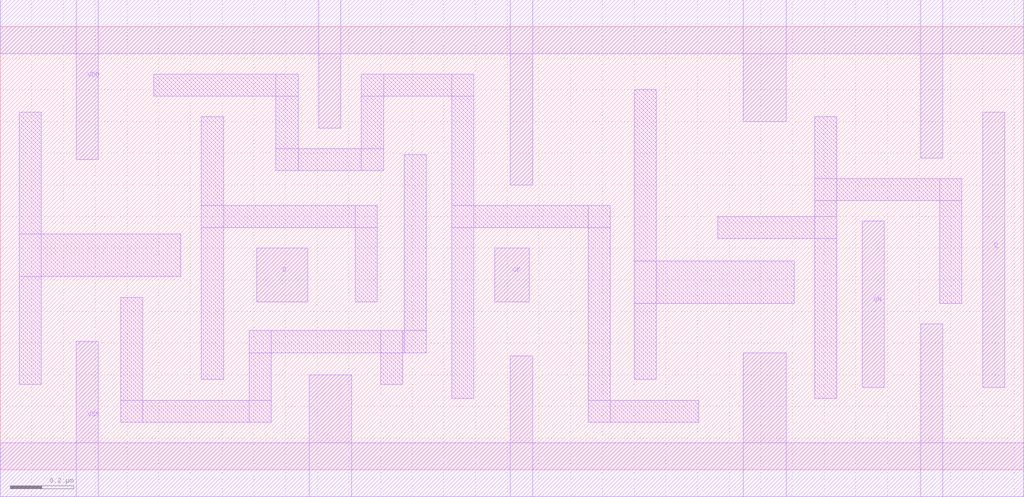
<source format=lef>
# Nangate45_tech.lef + Nangate45_stdcell.lef
# 
# ******************************************************************************
# *                                                                            *
# *                   Copyright (C) 2004-2010, Nangate Inc.                    *
# *                           All rights reserved.                             *
# *                                                                            *
# * Nangate and the Nangate logo are trademarks of Nangate Inc.                *
# *                                                                            *
# * All trademarks, logos, software marks, and trade names (collectively the   *
# * "Marks") in this program are proprietary to Nangate or other respective    *
# * owners that have granted Nangate the right and license to use such Marks.  *
# * You are not permitted to use the Marks without the prior written consent   *
# * of Nangate or such third party that may own the Marks.                     *
# *                                                                            *
# * This file has been provided pursuant to a License Agreement containing     *
# * restrictions on its use. This file contains valuable trade secrets and     *
# * proprietary information of Nangate Inc., and is protected by U.S. and      *
# * international laws and/or treaties.                                        *
# *                                                                            *
# * The copyright notice(s) in this file does not indicate actual or intended  *
# * publication of this file.                                                  *
# *                                                                            *
# *     NGLibraryCreator, v2010.08-HR32-SP3-2010-08-05 - build 1009061800      *
# *                                                                            *
# ******************************************************************************
# 
# 
# Running on brazil06.nangate.com.br for user Giancarlo Franciscatto (gfr).
# Local time is now Fri, 3 Dec 2010, 19:32:18.
# Main process id is 27821.

VERSION 5.6 ;
BUSBITCHARS "[]" ;
DIVIDERCHAR "/" ;

UNITS
  DATABASE MICRONS 2000 ;
END UNITS

MACRO DFF_MAX_SLEW
  CLASS CORE ;
  ORIGIN 0 0 ;
  FOREIGN DFF_X1 0 0 ;
  SIZE 3.23 BY 1.4 ;
  SYMMETRY X Y ;
  SITE FreePDK45_38x28_10R_NP_162NW_34O ;
  PIN D
    DIRECTION INPUT ;
    USE SIGNAL ;
    PORT
      LAYER metal1 ;
        RECT 0.81 0.53 0.97 0.7 ;
    END
  END D
  PIN CK
    DIRECTION INPUT ;
    USE SIGNAL ;
    PORT
      LAYER metal1 ;
        RECT 1.56 0.53 1.67 0.7 ;
    END
  END CK
  PIN Q
    DIRECTION OUTPUT ;
    USE SIGNAL ;
    PORT
      LAYER metal1 ;
        RECT 3.1 0.26 3.17 1.13 ;
    END
  END Q
  PIN QN
    DIRECTION OUTPUT ;
    USE SIGNAL ;
    PORT
      LAYER metal1 ;
        RECT 2.72 0.26 2.79 0.785 ;
    END
  END QN
  PIN VDD
    DIRECTION INOUT ;
    USE POWER ;
    SHAPE ABUTMENT ;
    PORT
      LAYER metal1 ;
        RECT 0 1.315 3.23 1.485 ;
        RECT 2.905 0.985 2.975 1.485 ;
        RECT 2.345 1.1 2.48 1.485 ;
        RECT 1.61 0.9 1.68 1.485 ;
        RECT 1.005 1.08 1.075 1.485 ;
        RECT 0.24 0.98 0.31 1.485 ;
    END
  END VDD
  PIN VSS
    DIRECTION INOUT ;
    USE GROUND ;
    SHAPE ABUTMENT ;
    PORT
      LAYER metal1 ;
        RECT 0 -0.085 3.23 0.085 ;
        RECT 2.905 -0.085 2.975 0.46 ;
        RECT 2.345 -0.085 2.48 0.37 ;
        RECT 1.61 -0.085 1.68 0.36 ;
        RECT 0.975 -0.085 1.11 0.3 ;
        RECT 0.24 -0.085 0.31 0.405 ;
    END
  END VSS
  OBS
    LAYER metal1 ;
      RECT 2.57 0.225 2.64 1.115 ;
      RECT 2.57 0.85 3.035 0.92 ;
      RECT 2.965 0.525 3.035 0.92 ;
      RECT 2.265 0.73 2.64 0.8 ;
      RECT 2 0.285 2.07 1.2 ;
      RECT 2 0.525 2.505 0.66 ;
      RECT 1.14 1.18 1.495 1.25 ;
      RECT 1.425 0.225 1.495 1.25 ;
      RECT 0.485 1.18 0.94 1.25 ;
      RECT 0.87 0.945 0.94 1.25 ;
      RECT 1.14 0.945 1.21 1.25 ;
      RECT 0.87 0.945 1.21 1.015 ;
      RECT 1.425 0.765 1.925 0.835 ;
      RECT 1.855 0.15 1.925 0.835 ;
      RECT 1.855 0.15 2.205 0.22 ;
      RECT 1.275 0.37 1.345 0.995 ;
      RECT 0.38 0.15 0.45 0.545 ;
      RECT 0.785 0.37 1.345 0.44 ;
      RECT 1.2 0.27 1.27 0.44 ;
      RECT 0.785 0.15 0.855 0.44 ;
      RECT 0.38 0.15 0.855 0.22 ;
      RECT 0.635 0.285 0.705 1.115 ;
      RECT 0.635 0.765 1.19 0.835 ;
      RECT 1.12 0.53 1.19 0.835 ;
      RECT 0.06 0.27 0.13 1.13 ;
      RECT 0.06 0.61 0.57 0.745 ;
  END
END DFF_MAX_SLEW

END LIBRARY
#
# End of file
#

</source>
